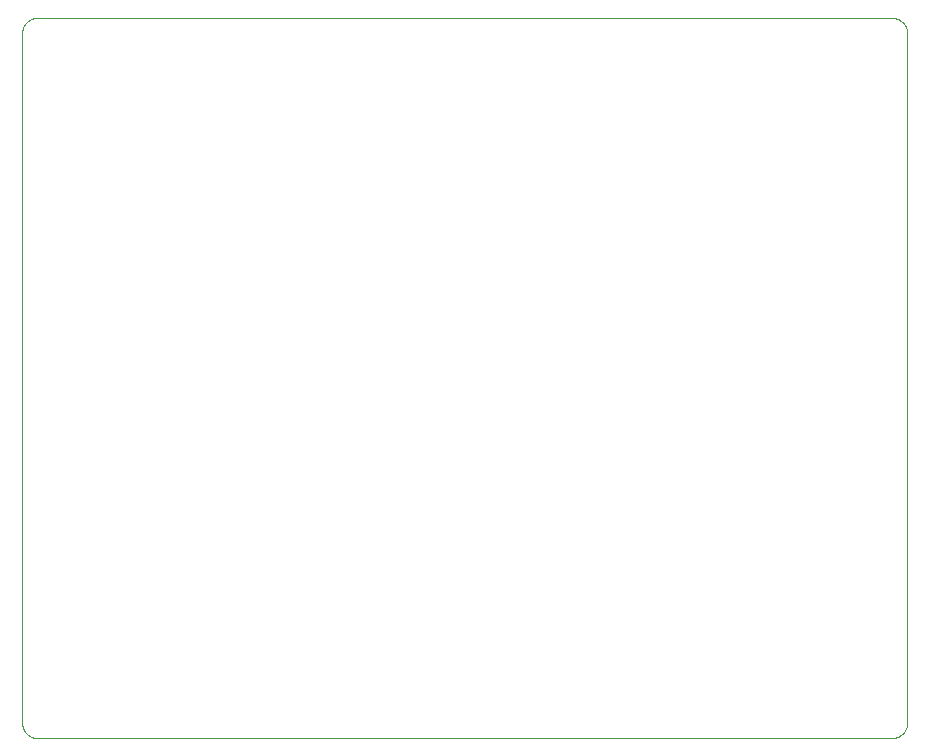
<source format=gtp>
G75*
%MOIN*%
%OFA0B0*%
%FSLAX25Y25*%
%IPPOS*%
%LPD*%
%AMOC8*
5,1,8,0,0,1.08239X$1,22.5*
%
%ADD10C,0.00000*%
D10*
X0011500Y0006500D02*
X0296500Y0006500D01*
X0296640Y0006502D01*
X0296780Y0006508D01*
X0296920Y0006518D01*
X0297060Y0006531D01*
X0297199Y0006549D01*
X0297338Y0006571D01*
X0297475Y0006596D01*
X0297613Y0006625D01*
X0297749Y0006658D01*
X0297884Y0006695D01*
X0298018Y0006736D01*
X0298151Y0006781D01*
X0298283Y0006829D01*
X0298413Y0006881D01*
X0298542Y0006936D01*
X0298669Y0006995D01*
X0298795Y0007058D01*
X0298919Y0007124D01*
X0299040Y0007193D01*
X0299160Y0007266D01*
X0299278Y0007343D01*
X0299393Y0007422D01*
X0299507Y0007505D01*
X0299617Y0007591D01*
X0299726Y0007680D01*
X0299832Y0007772D01*
X0299935Y0007867D01*
X0300036Y0007964D01*
X0300133Y0008065D01*
X0300228Y0008168D01*
X0300320Y0008274D01*
X0300409Y0008383D01*
X0300495Y0008493D01*
X0300578Y0008607D01*
X0300657Y0008722D01*
X0300734Y0008840D01*
X0300807Y0008960D01*
X0300876Y0009081D01*
X0300942Y0009205D01*
X0301005Y0009331D01*
X0301064Y0009458D01*
X0301119Y0009587D01*
X0301171Y0009717D01*
X0301219Y0009849D01*
X0301264Y0009982D01*
X0301305Y0010116D01*
X0301342Y0010251D01*
X0301375Y0010387D01*
X0301404Y0010525D01*
X0301429Y0010662D01*
X0301451Y0010801D01*
X0301469Y0010940D01*
X0301482Y0011080D01*
X0301492Y0011220D01*
X0301498Y0011360D01*
X0301500Y0011500D01*
X0301500Y0241500D01*
X0301498Y0241640D01*
X0301492Y0241780D01*
X0301482Y0241920D01*
X0301469Y0242060D01*
X0301451Y0242199D01*
X0301429Y0242338D01*
X0301404Y0242475D01*
X0301375Y0242613D01*
X0301342Y0242749D01*
X0301305Y0242884D01*
X0301264Y0243018D01*
X0301219Y0243151D01*
X0301171Y0243283D01*
X0301119Y0243413D01*
X0301064Y0243542D01*
X0301005Y0243669D01*
X0300942Y0243795D01*
X0300876Y0243919D01*
X0300807Y0244040D01*
X0300734Y0244160D01*
X0300657Y0244278D01*
X0300578Y0244393D01*
X0300495Y0244507D01*
X0300409Y0244617D01*
X0300320Y0244726D01*
X0300228Y0244832D01*
X0300133Y0244935D01*
X0300036Y0245036D01*
X0299935Y0245133D01*
X0299832Y0245228D01*
X0299726Y0245320D01*
X0299617Y0245409D01*
X0299507Y0245495D01*
X0299393Y0245578D01*
X0299278Y0245657D01*
X0299160Y0245734D01*
X0299040Y0245807D01*
X0298919Y0245876D01*
X0298795Y0245942D01*
X0298669Y0246005D01*
X0298542Y0246064D01*
X0298413Y0246119D01*
X0298283Y0246171D01*
X0298151Y0246219D01*
X0298018Y0246264D01*
X0297884Y0246305D01*
X0297749Y0246342D01*
X0297613Y0246375D01*
X0297475Y0246404D01*
X0297338Y0246429D01*
X0297199Y0246451D01*
X0297060Y0246469D01*
X0296920Y0246482D01*
X0296780Y0246492D01*
X0296640Y0246498D01*
X0296500Y0246500D01*
X0011500Y0246500D01*
X0011360Y0246498D01*
X0011220Y0246492D01*
X0011080Y0246482D01*
X0010940Y0246469D01*
X0010801Y0246451D01*
X0010662Y0246429D01*
X0010525Y0246404D01*
X0010387Y0246375D01*
X0010251Y0246342D01*
X0010116Y0246305D01*
X0009982Y0246264D01*
X0009849Y0246219D01*
X0009717Y0246171D01*
X0009587Y0246119D01*
X0009458Y0246064D01*
X0009331Y0246005D01*
X0009205Y0245942D01*
X0009081Y0245876D01*
X0008960Y0245807D01*
X0008840Y0245734D01*
X0008722Y0245657D01*
X0008607Y0245578D01*
X0008493Y0245495D01*
X0008383Y0245409D01*
X0008274Y0245320D01*
X0008168Y0245228D01*
X0008065Y0245133D01*
X0007964Y0245036D01*
X0007867Y0244935D01*
X0007772Y0244832D01*
X0007680Y0244726D01*
X0007591Y0244617D01*
X0007505Y0244507D01*
X0007422Y0244393D01*
X0007343Y0244278D01*
X0007266Y0244160D01*
X0007193Y0244040D01*
X0007124Y0243919D01*
X0007058Y0243795D01*
X0006995Y0243669D01*
X0006936Y0243542D01*
X0006881Y0243413D01*
X0006829Y0243283D01*
X0006781Y0243151D01*
X0006736Y0243018D01*
X0006695Y0242884D01*
X0006658Y0242749D01*
X0006625Y0242613D01*
X0006596Y0242475D01*
X0006571Y0242338D01*
X0006549Y0242199D01*
X0006531Y0242060D01*
X0006518Y0241920D01*
X0006508Y0241780D01*
X0006502Y0241640D01*
X0006500Y0241500D01*
X0006500Y0011500D01*
X0006502Y0011360D01*
X0006508Y0011220D01*
X0006518Y0011080D01*
X0006531Y0010940D01*
X0006549Y0010801D01*
X0006571Y0010662D01*
X0006596Y0010525D01*
X0006625Y0010387D01*
X0006658Y0010251D01*
X0006695Y0010116D01*
X0006736Y0009982D01*
X0006781Y0009849D01*
X0006829Y0009717D01*
X0006881Y0009587D01*
X0006936Y0009458D01*
X0006995Y0009331D01*
X0007058Y0009205D01*
X0007124Y0009081D01*
X0007193Y0008960D01*
X0007266Y0008840D01*
X0007343Y0008722D01*
X0007422Y0008607D01*
X0007505Y0008493D01*
X0007591Y0008383D01*
X0007680Y0008274D01*
X0007772Y0008168D01*
X0007867Y0008065D01*
X0007964Y0007964D01*
X0008065Y0007867D01*
X0008168Y0007772D01*
X0008274Y0007680D01*
X0008383Y0007591D01*
X0008493Y0007505D01*
X0008607Y0007422D01*
X0008722Y0007343D01*
X0008840Y0007266D01*
X0008960Y0007193D01*
X0009081Y0007124D01*
X0009205Y0007058D01*
X0009331Y0006995D01*
X0009458Y0006936D01*
X0009587Y0006881D01*
X0009717Y0006829D01*
X0009849Y0006781D01*
X0009982Y0006736D01*
X0010116Y0006695D01*
X0010251Y0006658D01*
X0010387Y0006625D01*
X0010525Y0006596D01*
X0010662Y0006571D01*
X0010801Y0006549D01*
X0010940Y0006531D01*
X0011080Y0006518D01*
X0011220Y0006508D01*
X0011360Y0006502D01*
X0011500Y0006500D01*
M02*

</source>
